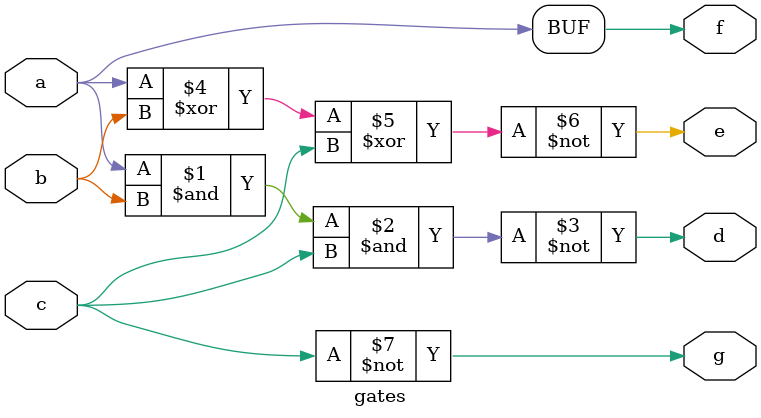
<source format=v>
`timescale 1ns / 1ps


module gates(
    input a, b, c, 
    output d, e, f, g
);
    nand (d, a, b, c);
    xnor (e, a, b, c);
    buf (f, a);
    not (g, c);
endmodule

</source>
